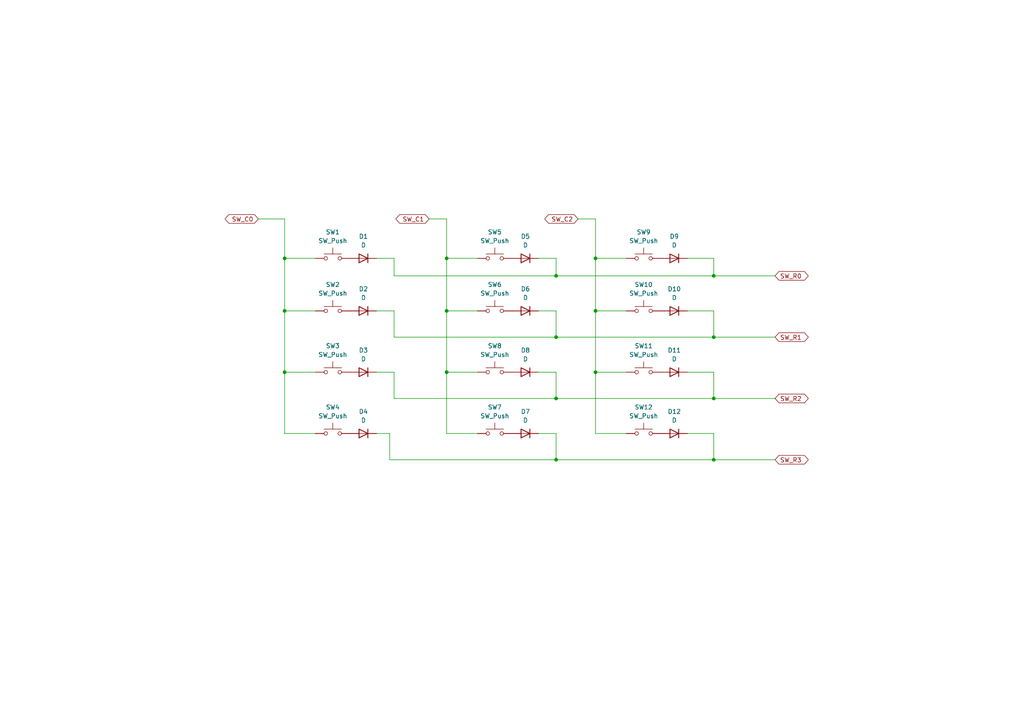
<source format=kicad_sch>
(kicad_sch (version 20211123) (generator eeschema)
  (paper "A4")
  (lib_symbols
    (symbol "Device:D" (pin_numbers hide) (pin_names (offset 1.016) hide)
      (property "Reference" "D" (at 0 2.54 0))
      (property "Value" "D" (at 0 -2.54 0))
      (symbol "D_0_1"
        (polyline (pts (xy -1.27 1.27) (xy -1.27 -1.27)) (stroke (width 0.254)))
        (polyline (pts (xy 1.27 0) (xy -1.27 0)))
        (polyline (pts (xy 1.27 1.27) (xy 1.27 -1.27) (xy -1.27 0) (xy 1.27 1.27)) (stroke (width 0.254)))
      )
      (symbol "D_1_1"
        (pin passive line (at -3.81 0 0) (length 2.54) (name "K") (number "1"))
        (pin passive line (at 3.81 0 180) (length 2.54) (name "A") (number "2"))
      )
    )
    (symbol "Switch:SW_Push" (pin_numbers hide) (pin_names (offset 1.016) hide)
      (property "Reference" "SW" (at 1.27 2.54 0))
      (property "Value" "SW_Push" (at 0 -1.524 0))
      (symbol "SW_Push_0_1"
        (circle (center -2.032 0) (radius 0.508))
        (polyline (pts (xy 0 1.27) (xy 0 3.048)))
        (polyline (pts (xy 2.54 1.27) (xy -2.54 1.27)))
        (circle (center 2.032 0) (radius 0.508))
        (pin passive line (at -5.08 0 0) (length 2.54) (name "1") (number "1"))
        (pin passive line (at 5.08 0 180) (length 2.54) (name "2") (number "2"))
      )
    )
  )
  (junction (at 129.54 107.95))
  (junction (at 129.54 90.17))
  (junction (at 207.01 133.35))
  (junction (at 207.01 115.57))
  (junction (at 82.55 90.17))
  (junction (at 129.54 74.93))
  (junction (at 82.55 107.95))
  (junction (at 161.29 115.57))
  (junction (at 207.01 97.79))
  (junction (at 161.29 80.01))
  (junction (at 161.29 133.35))
  (junction (at 161.29 97.79))
  (junction (at 207.01 80.01))
  (junction (at 172.72 107.95))
  (junction (at 172.72 90.17))
  (junction (at 172.72 74.93))
  (junction (at 82.55 74.93))
  (wire (pts (xy 161.29 133.35) (xy 207.01 133.35)))
  (wire (pts (xy 172.72 107.95) (xy 181.61 107.95)))
  (wire (pts (xy 82.55 125.73) (xy 91.44 125.73)))
  (wire (pts (xy 82.55 90.17) (xy 82.55 74.93)))
  (wire (pts (xy 156.21 107.95) (xy 161.29 107.95)))
  (wire (pts (xy 172.72 74.93) (xy 172.72 90.17)))
  (wire (pts (xy 129.54 63.5) (xy 124.46 63.5)))
  (wire (pts (xy 129.54 74.93) (xy 129.54 63.5)))
  (wire (pts (xy 207.01 107.95) (xy 207.01 115.57)))
  (wire (pts (xy 129.54 90.17) (xy 129.54 107.95)))
  (wire (pts (xy 161.29 97.79) (xy 207.01 97.79)))
  (wire (pts (xy 224.79 115.57) (xy 207.01 115.57)))
  (wire (pts (xy 129.54 107.95) (xy 129.54 125.73)))
  (wire (pts (xy 129.54 74.93) (xy 138.43 74.93)))
  (wire (pts (xy 114.3 107.95) (xy 114.3 115.57)))
  (wire (pts (xy 129.54 90.17) (xy 138.43 90.17)))
  (wire (pts (xy 113.03 125.73) (xy 113.03 133.35)))
  (wire (pts (xy 114.3 107.95) (xy 109.22 107.95)))
  (wire (pts (xy 172.72 63.5) (xy 172.72 74.93)))
  (wire (pts (xy 161.29 80.01) (xy 207.01 80.01)))
  (wire (pts (xy 109.22 74.93) (xy 114.3 74.93)))
  (wire (pts (xy 129.54 107.95) (xy 138.43 107.95)))
  (wire (pts (xy 109.22 125.73) (xy 113.03 125.73)))
  (wire (pts (xy 207.01 97.79) (xy 224.79 97.79)))
  (wire (pts (xy 82.55 74.93) (xy 82.55 63.5)))
  (wire (pts (xy 207.01 107.95) (xy 199.39 107.95)))
  (wire (pts (xy 129.54 125.73) (xy 138.43 125.73)))
  (wire (pts (xy 172.72 107.95) (xy 172.72 125.73)))
  (wire (pts (xy 172.72 125.73) (xy 181.61 125.73)))
  (wire (pts (xy 114.3 90.17) (xy 114.3 97.79)))
  (wire (pts (xy 82.55 107.95) (xy 91.44 107.95)))
  (wire (pts (xy 82.55 107.95) (xy 82.55 90.17)))
  (wire (pts (xy 172.72 90.17) (xy 181.61 90.17)))
  (wire (pts (xy 82.55 125.73) (xy 82.55 107.95)))
  (wire (pts (xy 113.03 133.35) (xy 161.29 133.35)))
  (wire (pts (xy 161.29 90.17) (xy 161.29 97.79)))
  (wire (pts (xy 207.01 80.01) (xy 224.79 80.01)))
  (wire (pts (xy 199.39 74.93) (xy 207.01 74.93)))
  (wire (pts (xy 82.55 90.17) (xy 91.44 90.17)))
  (wire (pts (xy 207.01 74.93) (xy 207.01 80.01)))
  (wire (pts (xy 207.01 90.17) (xy 207.01 97.79)))
  (wire (pts (xy 199.39 90.17) (xy 207.01 90.17)))
  (wire (pts (xy 114.3 115.57) (xy 161.29 115.57)))
  (wire (pts (xy 82.55 74.93) (xy 91.44 74.93)))
  (wire (pts (xy 156.21 74.93) (xy 161.29 74.93)))
  (wire (pts (xy 172.72 74.93) (xy 181.61 74.93)))
  (wire (pts (xy 114.3 97.79) (xy 161.29 97.79)))
  (wire (pts (xy 129.54 74.93) (xy 129.54 90.17)))
  (wire (pts (xy 161.29 115.57) (xy 207.01 115.57)))
  (wire (pts (xy 114.3 74.93) (xy 114.3 80.01)))
  (wire (pts (xy 114.3 80.01) (xy 161.29 80.01)))
  (wire (pts (xy 207.01 133.35) (xy 207.01 125.73)))
  (wire (pts (xy 167.64 63.5) (xy 172.72 63.5)))
  (wire (pts (xy 172.72 90.17) (xy 172.72 107.95)))
  (wire (pts (xy 207.01 133.35) (xy 224.79 133.35)))
  (wire (pts (xy 156.21 90.17) (xy 161.29 90.17)))
  (wire (pts (xy 161.29 107.95) (xy 161.29 115.57)))
  (wire (pts (xy 156.21 125.73) (xy 161.29 125.73)))
  (wire (pts (xy 82.55 63.5) (xy 74.93 63.5)))
  (wire (pts (xy 161.29 125.73) (xy 161.29 133.35)))
  (wire (pts (xy 161.29 74.93) (xy 161.29 80.01)))
  (wire (pts (xy 109.22 90.17) (xy 114.3 90.17)))
  (wire (pts (xy 207.01 125.73) (xy 199.39 125.73)))
  (global_label "SW_R1" (shape bidirectional) (at 224.79 97.79 0) (property "Intersheet References" "${INTERSHEET_REFS}" (effects hide)))
  (global_label "SW_R3" (shape bidirectional) (at 224.79 133.35 0) (property "Intersheet References" "${INTERSHEET_REFS}" (effects hide)))
  (global_label "SW_C1" (shape bidirectional) (at 124.46 63.5 180) (property "Intersheet References" "${INTERSHEET_REFS}" (effects hide)))
  (global_label "SW_R2" (shape bidirectional) (at 224.79 115.57 0) (property "Intersheet References" "${INTERSHEET_REFS}" (effects hide)))
  (global_label "SW_R0" (shape bidirectional) (at 224.79 80.01 0) (property "Intersheet References" "${INTERSHEET_REFS}" (effects hide)))
  (global_label "SW_C0" (shape bidirectional) (at 74.93 63.5 180) (property "Intersheet References" "${INTERSHEET_REFS}" (effects hide)))
  (global_label "SW_C2" (shape bidirectional) (at 167.64 63.5 180) (property "Intersheet References" "${INTERSHEET_REFS}" (effects hide)))
  (symbol (lib_id "Switch:SW_Push") (at 96.52 74.93 0) (unit 1)
    (property "Reference" "SW1" (at 96.52 67.31 0))
    (property "Value" "SW_Push" (at 96.52 69.85 0))
    (property "Footprint" "Button_Switch_THT:SW_PUSH_6mm_H9.5mm" (effects hide))
  )
  (symbol (lib_id "Switch:SW_Push") (at 186.69 74.93 0) (unit 1)
    (property "Reference" "SW9" (at 186.69 67.31 0))
    (property "Value" "SW_Push" (at 186.69 69.85 0))
    (property "Footprint" "Button_Switch_THT:SW_PUSH_6mm_H9.5mm" (effects hide))
  )
  (symbol (lib_id "Switch:SW_Push") (at 186.69 90.17 0) (unit 1)
    (property "Reference" "SW10" (at 186.69 82.55 0))
    (property "Value" "SW_Push" (at 186.69 85.09 0))
    (property "Footprint" "Button_Switch_THT:SW_PUSH_6mm_H9.5mm" (effects hide))
  )
  (symbol (lib_id "Switch:SW_Push") (at 186.69 107.95 0) (unit 1)
    (property "Reference" "SW11" (at 186.69 100.33 0))
    (property "Value" "SW_Push" (at 186.69 102.87 0))
    (property "Footprint" "Button_Switch_THT:SW_PUSH_6mm_H9.5mm" (effects hide))
  )
  (symbol (lib_id "Device:D") (at 105.41 90.17 180) (unit 1)
    (property "Reference" "D2" (at 105.41 83.82 0))
    (property "Value" "D" (at 105.41 86.36 0))
    (property "Footprint" "Inductor_SMD:L_0805_2012Metric" (effects hide))
  )
  (symbol (lib_id "Switch:SW_Push") (at 186.69 125.73 0) (unit 1)
    (property "Reference" "SW12" (at 186.69 118.11 0))
    (property "Value" "SW_Push" (at 186.69 120.65 0))
    (property "Footprint" "Button_Switch_THT:SW_PUSH_6mm_H9.5mm" (effects hide))
  )
  (symbol (lib_id "Switch:SW_Push") (at 143.51 90.17 0) (unit 1)
    (property "Reference" "SW6" (at 143.51 82.55 0))
    (property "Value" "SW_Push" (at 143.51 85.09 0))
    (property "Footprint" "Button_Switch_THT:SW_PUSH_6mm_H9.5mm" (effects hide))
  )
  (symbol (lib_id "Device:D") (at 105.41 107.95 180) (unit 1)
    (property "Reference" "D3" (at 105.41 101.6 0))
    (property "Value" "D" (at 105.41 104.14 0))
    (property "Footprint" "Inductor_SMD:L_0805_2012Metric" (effects hide))
  )
  (symbol (lib_id "Device:D") (at 152.4 107.95 180) (unit 1)
    (property "Reference" "D8" (at 152.4 101.6 0))
    (property "Value" "D" (at 152.4 104.14 0))
    (property "Footprint" "Inductor_SMD:L_0805_2012Metric" (effects hide))
  )
  (symbol (lib_id "Switch:SW_Push") (at 96.52 107.95 0) (unit 1)
    (property "Reference" "SW3" (at 96.52 100.33 0))
    (property "Value" "SW_Push" (at 96.52 102.87 0))
    (property "Footprint" "Button_Switch_THT:SW_PUSH_6mm_H9.5mm" (effects hide))
  )
  (symbol (lib_id "Switch:SW_Push") (at 143.51 125.73 0) (unit 1)
    (property "Reference" "SW7" (at 143.51 118.11 0))
    (property "Value" "SW_Push" (at 143.51 120.65 0))
    (property "Footprint" "Button_Switch_THT:SW_PUSH_6mm_H9.5mm" (effects hide))
  )
  (symbol (lib_id "Switch:SW_Push") (at 96.52 90.17 0) (unit 1)
    (property "Reference" "SW2" (at 96.52 82.55 0))
    (property "Value" "SW_Push" (at 96.52 85.09 0))
    (property "Footprint" "Button_Switch_THT:SW_PUSH_6mm_H9.5mm" (effects hide))
  )
  (symbol (lib_id "Device:D") (at 105.41 125.73 180) (unit 1)
    (property "Reference" "D4" (at 105.41 119.38 0))
    (property "Value" "D" (at 105.41 121.92 0))
    (property "Footprint" "Inductor_SMD:L_0805_2012Metric" (effects hide))
  )
  (symbol (lib_id "Device:D") (at 105.41 74.93 180) (unit 1)
    (property "Reference" "D1" (at 105.41 68.58 0))
    (property "Value" "D" (at 105.41 71.12 0))
    (property "Footprint" "Inductor_SMD:L_0805_2012Metric" (effects hide))
  )
  (symbol (lib_id "Device:D") (at 152.4 90.17 180) (unit 1)
    (property "Reference" "D6" (at 152.4 83.82 0))
    (property "Value" "D" (at 152.4 86.36 0))
    (property "Footprint" "Inductor_SMD:L_0805_2012Metric" (effects hide))
  )
  (symbol (lib_id "Device:D") (at 152.4 74.93 180) (unit 1)
    (property "Reference" "D5" (at 152.4 68.58 0))
    (property "Value" "D" (at 152.4 71.12 0))
    (property "Footprint" "Inductor_SMD:L_0805_2012Metric" (effects hide))
  )
  (symbol (lib_id "Device:D") (at 152.4 125.73 180) (unit 1)
    (property "Reference" "D7" (at 152.4 119.38 0))
    (property "Value" "D" (at 152.4 121.92 0))
    (property "Footprint" "Inductor_SMD:L_0805_2012Metric" (effects hide))
  )
  (symbol (lib_id "Switch:SW_Push") (at 143.51 107.95 0) (unit 1)
    (property "Reference" "SW8" (at 143.51 100.33 0))
    (property "Value" "SW_Push" (at 143.51 102.87 0))
    (property "Footprint" "Button_Switch_THT:SW_PUSH_6mm_H9.5mm" (effects hide))
  )
  (symbol (lib_id "Device:D") (at 195.58 90.17 180) (unit 1)
    (property "Reference" "D10" (at 195.58 83.82 0))
    (property "Value" "D" (at 195.58 86.36 0))
    (property "Footprint" "Inductor_SMD:L_0805_2012Metric" (effects hide))
  )
  (symbol (lib_id "Device:D") (at 195.58 107.95 180) (unit 1)
    (property "Reference" "D11" (at 195.58 101.6 0))
    (property "Value" "D" (at 195.58 104.14 0))
    (property "Footprint" "Inductor_SMD:L_0805_2012Metric" (effects hide))
  )
  (symbol (lib_id "Device:D") (at 195.58 74.93 180) (unit 1)
    (property "Reference" "D9" (at 195.58 68.58 0))
    (property "Value" "D" (at 195.58 71.12 0))
    (property "Footprint" "Inductor_SMD:L_0805_2012Metric" (effects hide))
  )
  (symbol (lib_id "Device:D") (at 195.58 125.73 180) (unit 1)
    (property "Reference" "D12" (at 195.58 119.38 0))
    (property "Value" "D" (at 195.58 121.92 0))
    (property "Footprint" "Inductor_SMD:L_0805_2012Metric" (effects hide))
  )
  (symbol (lib_id "Switch:SW_Push") (at 96.52 125.73 0) (unit 1)
    (property "Reference" "SW4" (at 96.52 118.11 0))
    (property "Value" "SW_Push" (at 96.52 120.65 0))
    (property "Footprint" "Button_Switch_THT:SW_PUSH_6mm_H9.5mm" (effects hide))
  )
  (symbol (lib_id "Switch:SW_Push") (at 143.51 74.93 0) (unit 1)
    (property "Reference" "SW5" (at 143.51 67.31 0))
    (property "Value" "SW_Push" (at 143.51 69.85 0))
    (property "Footprint" "Button_Switch_THT:SW_PUSH_6mm_H9.5mm" (effects hide))
  )
)
</source>
